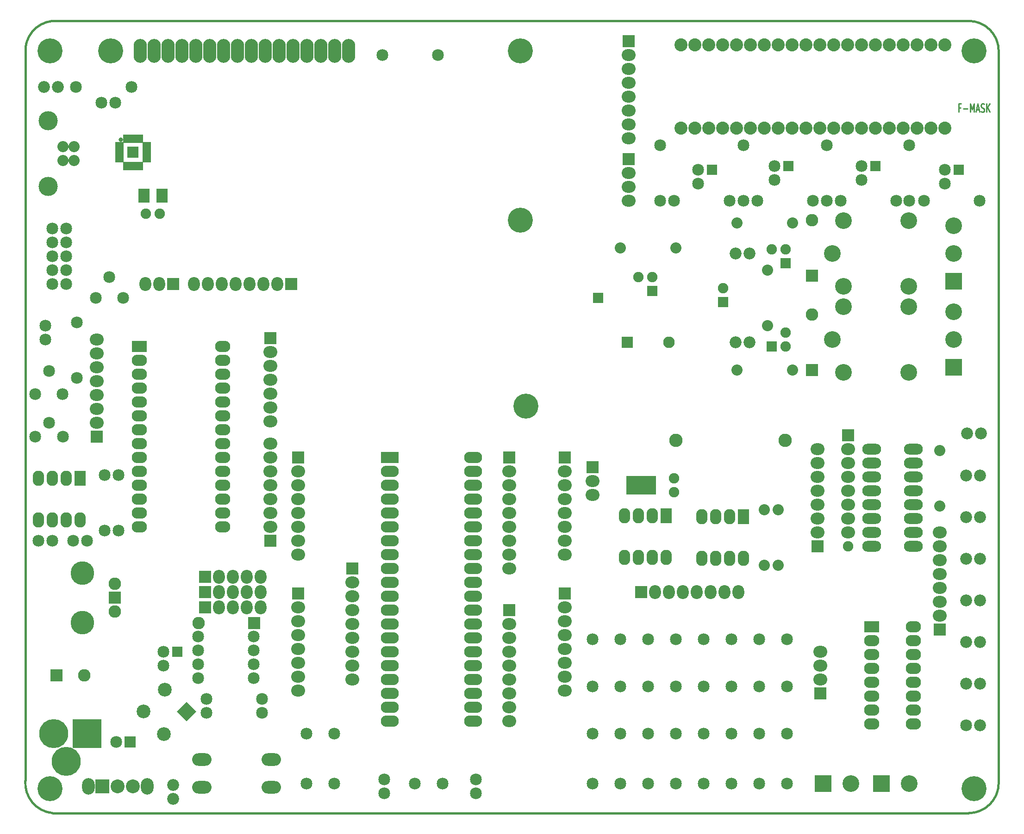
<source format=gts>
G04 #@! TF.FileFunction,Soldermask,Top*
%FSLAX46Y46*%
G04 Gerber Fmt 4.6, Leading zero omitted, Abs format (unit mm)*
G04 Created by KiCad (PCBNEW (2015-01-16 BZR 5376)-product) date 1/19/2016 7:17:56 PM*
%MOMM*%
G01*
G04 APERTURE LIST*
%ADD10C,0.150000*%
%ADD11C,0.381000*%
%ADD12C,0.254000*%
%ADD13C,2.286000*%
%ADD14R,2.286000X2.286000*%
%ADD15C,4.318000*%
%ADD16C,4.308000*%
%ADD17C,1.905000*%
%ADD18R,5.508000X3.508000*%
%ADD19C,2.159000*%
%ADD20C,2.032000*%
%ADD21C,3.508000*%
%ADD22C,5.308600*%
%ADD23R,5.308600X5.308600*%
%ADD24R,3.302000X2.082800*%
%ADD25O,3.302000X2.082800*%
%ADD26O,2.540000X2.159000*%
%ADD27R,2.032000X2.032000*%
%ADD28R,2.794000X2.082800*%
%ADD29O,2.794000X2.082800*%
%ADD30C,2.184400*%
%ADD31O,2.159000X2.540000*%
%ADD32O,3.556000X2.308000*%
%ADD33C,2.508000*%
%ADD34O,3.462020X1.983740*%
%ADD35O,2.438400X4.368800*%
%ADD36C,2.387600*%
%ADD37C,4.572000*%
%ADD38R,2.540000X2.540000*%
%ADD39C,2.540000*%
%ADD40O,2.308000X3.008000*%
%ADD41C,3.048000*%
%ADD42R,2.108000X2.108000*%
%ADD43C,2.108000*%
%ADD44R,1.905000X1.905000*%
%ADD45R,1.508760X0.739140*%
%ADD46R,0.739140X1.508760*%
%ADD47R,2.009140X2.009140*%
%ADD48C,0.807720*%
%ADD49R,3.048000X3.048000*%
%ADD50R,2.082800X2.794000*%
%ADD51O,2.082800X2.794000*%
%ADD52C,2.456180*%
%ADD53R,2.032000X2.540000*%
G04 APERTURE END LIST*
D10*
D11*
X59500000Y-34500000D02*
X59500000Y-168500000D01*
X232000000Y-29500000D02*
X65500000Y-29500000D01*
X237500000Y-169000000D02*
X237500000Y-35000000D01*
X64500000Y-174500000D02*
X232000000Y-174500000D01*
X59500000Y-168500000D02*
G75*
G03X64500000Y-174500000I5500000J-500000D01*
G01*
X65500000Y-29500000D02*
G75*
G03X59500000Y-34500000I-500000J-5500000D01*
G01*
X237500000Y-35000000D02*
G75*
G03X232000000Y-29500000I-5500000J0D01*
G01*
X232000000Y-174500000D02*
G75*
G03X237500000Y-169000000I0J5500000D01*
G01*
D12*
X230508381Y-45391143D02*
X230169715Y-45391143D01*
X230169715Y-46189429D02*
X230169715Y-44665429D01*
X230653524Y-44665429D01*
X231040572Y-45608857D02*
X231814667Y-45608857D01*
X232298477Y-46189429D02*
X232298477Y-44665429D01*
X232637143Y-45754000D01*
X232975810Y-44665429D01*
X232975810Y-46189429D01*
X233411239Y-45754000D02*
X233895048Y-45754000D01*
X233314477Y-46189429D02*
X233653144Y-44665429D01*
X233991810Y-46189429D01*
X234282096Y-46116857D02*
X234427239Y-46189429D01*
X234669143Y-46189429D01*
X234765905Y-46116857D01*
X234814286Y-46044286D01*
X234862667Y-45899143D01*
X234862667Y-45754000D01*
X234814286Y-45608857D01*
X234765905Y-45536286D01*
X234669143Y-45463714D01*
X234475620Y-45391143D01*
X234378858Y-45318571D01*
X234330477Y-45246000D01*
X234282096Y-45100857D01*
X234282096Y-44955714D01*
X234330477Y-44810571D01*
X234378858Y-44738000D01*
X234475620Y-44665429D01*
X234717524Y-44665429D01*
X234862667Y-44738000D01*
X235298096Y-46189429D02*
X235298096Y-44665429D01*
X235878667Y-46189429D02*
X235443239Y-45318571D01*
X235878667Y-44665429D02*
X235298096Y-45536286D01*
D13*
X75880000Y-137604000D03*
D14*
X75880000Y-135064000D03*
D13*
X75880000Y-132524000D03*
D15*
X69880000Y-139664000D03*
D16*
X69880000Y-130564000D03*
D17*
X178115000Y-115760000D03*
X178115000Y-113220000D03*
D18*
X172115000Y-114490000D03*
D19*
X61315000Y-97805000D03*
X63815000Y-93535000D03*
X66315000Y-97805000D03*
X72364000Y-80160000D03*
X74864000Y-76390000D03*
X77364000Y-80160000D03*
D20*
X68387000Y-55054000D03*
X68387000Y-52514000D03*
X66388020Y-52514000D03*
X66388020Y-55054000D03*
D21*
X63688000Y-59783480D03*
X63688000Y-47784520D03*
D22*
X64704000Y-159956000D03*
D23*
X70800000Y-159956000D03*
D22*
X66990000Y-165036000D03*
D24*
X126172000Y-109410000D03*
D25*
X126172000Y-111950000D03*
X126172000Y-114490000D03*
X126172000Y-117030000D03*
X126172000Y-119570000D03*
X126172000Y-122110000D03*
X126172000Y-124650000D03*
X126172000Y-127190000D03*
X126172000Y-129730000D03*
X126172000Y-132270000D03*
X126172000Y-134810000D03*
X126172000Y-137350000D03*
X126172000Y-139890000D03*
X126172000Y-142430000D03*
X126172000Y-144970000D03*
X126172000Y-147510000D03*
X126172000Y-150050000D03*
X126172000Y-152590000D03*
X126172000Y-155130000D03*
X126172000Y-157670000D03*
X141412000Y-157670000D03*
X141412000Y-155130000D03*
X141412000Y-152590000D03*
X141412000Y-150050000D03*
X141412000Y-147510000D03*
X141412000Y-144970000D03*
X141412000Y-142430000D03*
X141412000Y-139890000D03*
X141412000Y-137350000D03*
X141412000Y-134810000D03*
X141412000Y-132270000D03*
X141412000Y-129730000D03*
X141412000Y-127190000D03*
X141412000Y-124650000D03*
X141412000Y-122110000D03*
X141412000Y-119570000D03*
X141412000Y-117030000D03*
X141412000Y-114490000D03*
X141412000Y-111950000D03*
X141412000Y-109410000D03*
D14*
X119314000Y-129730000D03*
D26*
X119314000Y-132270000D03*
X119314000Y-134810000D03*
X119314000Y-137350000D03*
X119314000Y-139890000D03*
X119314000Y-142430000D03*
X119314000Y-144970000D03*
X119314000Y-147510000D03*
X119314000Y-150050000D03*
D14*
X148016000Y-137350000D03*
D26*
X148016000Y-139890000D03*
X148016000Y-142430000D03*
X148016000Y-144970000D03*
X148016000Y-147510000D03*
X148016000Y-150050000D03*
X148016000Y-152590000D03*
X148016000Y-155130000D03*
X148016000Y-157670000D03*
D19*
X206055000Y-52260000D03*
X206055000Y-62420000D03*
X190815000Y-52260000D03*
X190815000Y-62420000D03*
D20*
X168336000Y-71056000D03*
X178496000Y-71056000D03*
D19*
X175575000Y-52260000D03*
X175575000Y-62420000D03*
D14*
X209992000Y-105346000D03*
D26*
X209992000Y-107886000D03*
X209992000Y-110426000D03*
X209992000Y-112966000D03*
X209992000Y-115506000D03*
X209992000Y-118046000D03*
X209992000Y-120586000D03*
X209992000Y-123126000D03*
D17*
X209992000Y-125666000D03*
D19*
X64450000Y-124650000D03*
X61910000Y-124650000D03*
X70800000Y-124650000D03*
X68260000Y-124650000D03*
X125156000Y-170878000D03*
X125156000Y-168338000D03*
X141920000Y-170878000D03*
X141920000Y-168338000D03*
D27*
X78674000Y-161480000D03*
D19*
X76134000Y-161480000D03*
D14*
X65212000Y-149288000D03*
D13*
X70292000Y-149288000D03*
X203388000Y-83248000D03*
D14*
X203388000Y-93408000D03*
D28*
X214310000Y-140398000D03*
D29*
X214310000Y-142938000D03*
X214310000Y-145478000D03*
X214310000Y-148018000D03*
X214310000Y-150558000D03*
X214310000Y-153098000D03*
X214310000Y-155638000D03*
X214310000Y-158178000D03*
X221930000Y-158178000D03*
X221930000Y-155638000D03*
X221930000Y-153098000D03*
X221930000Y-150558000D03*
X221930000Y-148018000D03*
X221930000Y-145478000D03*
X221930000Y-142938000D03*
X221930000Y-140398000D03*
D30*
X189418000Y-88328000D03*
X191958000Y-88328000D03*
X86548000Y-169354000D03*
X86548000Y-171894000D03*
D20*
X195260000Y-75120000D03*
X195260000Y-85280000D03*
D19*
X92644000Y-153606000D03*
X102804000Y-153606000D03*
X76515000Y-122745000D03*
X76515000Y-112585000D03*
X73975000Y-112585000D03*
X73975000Y-122745000D03*
X102804000Y-156146000D03*
X92644000Y-156146000D03*
D20*
X226756000Y-118300000D03*
X226756000Y-108140000D03*
X189672000Y-93408000D03*
X199832000Y-93408000D03*
X189672000Y-66484000D03*
X199832000Y-66484000D03*
D19*
X61275000Y-105600000D03*
X63815000Y-103060000D03*
X66355000Y-105600000D03*
D14*
X163256000Y-111188000D03*
D26*
X163256000Y-113728000D03*
X163256000Y-116268000D03*
D14*
X92390000Y-131254000D03*
D31*
X94930000Y-131254000D03*
X97470000Y-131254000D03*
X100010000Y-131254000D03*
X102550000Y-131254000D03*
D14*
X92390000Y-134048000D03*
D31*
X94930000Y-134048000D03*
X97470000Y-134048000D03*
X100010000Y-134048000D03*
X102550000Y-134048000D03*
D14*
X92390000Y-136842000D03*
D31*
X94930000Y-136842000D03*
X97470000Y-136842000D03*
X100010000Y-136842000D03*
X102550000Y-136842000D03*
D14*
X169860000Y-33210000D03*
D26*
X169860000Y-35750000D03*
X169860000Y-38290000D03*
X169860000Y-40830000D03*
X169860000Y-43370000D03*
X169860000Y-45910000D03*
X169860000Y-48450000D03*
X169860000Y-50990000D03*
D14*
X158176000Y-109410000D03*
D26*
X158176000Y-111950000D03*
X158176000Y-114490000D03*
X158176000Y-117030000D03*
X158176000Y-119570000D03*
X158176000Y-122110000D03*
X158176000Y-124650000D03*
X158176000Y-127190000D03*
D14*
X158176000Y-134302000D03*
D26*
X158176000Y-136842000D03*
X158176000Y-139382000D03*
X158176000Y-141922000D03*
X158176000Y-144462000D03*
X158176000Y-147002000D03*
X158176000Y-149542000D03*
X158176000Y-152082000D03*
D14*
X109408000Y-134302000D03*
D26*
X109408000Y-136842000D03*
X109408000Y-139382000D03*
X109408000Y-141922000D03*
X109408000Y-144462000D03*
X109408000Y-147002000D03*
X109408000Y-149542000D03*
X109408000Y-152082000D03*
D14*
X109408000Y-109410000D03*
D26*
X109408000Y-111950000D03*
X109408000Y-114490000D03*
X109408000Y-117030000D03*
X109408000Y-119570000D03*
X109408000Y-122110000D03*
X109408000Y-124650000D03*
X109408000Y-127190000D03*
D14*
X226756000Y-140906000D03*
D26*
X226756000Y-138366000D03*
X226756000Y-135826000D03*
X226756000Y-133286000D03*
X226756000Y-130746000D03*
X226756000Y-128206000D03*
X226756000Y-125666000D03*
X226756000Y-123126000D03*
D14*
X148016000Y-109410000D03*
D26*
X148016000Y-111950000D03*
X148016000Y-114490000D03*
X148016000Y-117030000D03*
X148016000Y-119570000D03*
X148016000Y-122110000D03*
X148016000Y-124650000D03*
X148016000Y-127190000D03*
X148016000Y-129730000D03*
D32*
X104455000Y-164655000D03*
X104455000Y-169735000D03*
X91755000Y-164655000D03*
X91755000Y-169735000D03*
D33*
X81072687Y-155892000D03*
X85024000Y-151940687D03*
D10*
G36*
X90748737Y-155892000D02*
X88975313Y-157665424D01*
X87201889Y-155892000D01*
X88975313Y-154118576D01*
X90748737Y-155892000D01*
X90748737Y-155892000D01*
G37*
D33*
X84844395Y-160022918D03*
D34*
X214310000Y-107886000D03*
X214310000Y-110426000D03*
X214310000Y-112966000D03*
X214310000Y-115506000D03*
X214310000Y-118046000D03*
X214310000Y-120586000D03*
X214310000Y-123126000D03*
X214310000Y-125666000D03*
X221930000Y-125666000D03*
X221930000Y-123126000D03*
X221930000Y-120586000D03*
X221930000Y-118046000D03*
X221930000Y-115506000D03*
X221930000Y-112966000D03*
X221930000Y-110426000D03*
X221930000Y-107886000D03*
D35*
X80540000Y-35000000D03*
X83080000Y-35000000D03*
X85620000Y-35000000D03*
X88160000Y-35000000D03*
X90700000Y-35000000D03*
X93240000Y-35000000D03*
X95780000Y-35000000D03*
X98320000Y-35000000D03*
X100860000Y-35000000D03*
X103400000Y-35000000D03*
X105940000Y-35000000D03*
X108480000Y-35000000D03*
X111020000Y-35000000D03*
X113560000Y-35000000D03*
X116100000Y-35000000D03*
X118640000Y-35000000D03*
D36*
X179385000Y-49085000D03*
X181925000Y-49085000D03*
X184465000Y-49085000D03*
X187005000Y-49085000D03*
X189545000Y-49085000D03*
X189545000Y-33845000D03*
X187005000Y-33845000D03*
X184465000Y-33845000D03*
X181925000Y-33845000D03*
X179385000Y-33845000D03*
X192085000Y-49085000D03*
X194625000Y-49085000D03*
X197165000Y-49085000D03*
X199705000Y-49085000D03*
X202245000Y-49085000D03*
X202245000Y-33845000D03*
X199705000Y-33845000D03*
X197165000Y-33845000D03*
X194625000Y-33845000D03*
X192085000Y-33845000D03*
X204785000Y-49085000D03*
X207325000Y-49085000D03*
X209865000Y-49085000D03*
X212405000Y-49085000D03*
X214945000Y-49085000D03*
X214945000Y-33845000D03*
X212405000Y-33845000D03*
X209865000Y-33845000D03*
X207325000Y-33845000D03*
X204785000Y-33845000D03*
X217485000Y-49085000D03*
X220025000Y-49085000D03*
X222565000Y-49085000D03*
X225105000Y-49085000D03*
X227645000Y-49085000D03*
X227645000Y-33845000D03*
X225105000Y-33845000D03*
X222565000Y-33845000D03*
X220025000Y-33845000D03*
X217485000Y-33845000D03*
D19*
X221168000Y-52260000D03*
X221168000Y-62420000D03*
D37*
X233000000Y-170000000D03*
X64000000Y-170000000D03*
X233000000Y-35000000D03*
X64000000Y-35000000D03*
D19*
X135824000Y-169100000D03*
X130744000Y-169100000D03*
X173416000Y-142684000D03*
X178496000Y-142684000D03*
X163256000Y-142684000D03*
X168336000Y-142684000D03*
X183576000Y-142684000D03*
X188656000Y-142684000D03*
X193736000Y-142684000D03*
X198816000Y-142684000D03*
X163256000Y-151320000D03*
X168336000Y-151320000D03*
X173416000Y-151320000D03*
X178496000Y-151320000D03*
X183576000Y-151320000D03*
X188656000Y-151320000D03*
X193736000Y-151320000D03*
X198816000Y-151320000D03*
X163256000Y-159956000D03*
X168336000Y-159956000D03*
X173416000Y-159956000D03*
X178496000Y-159956000D03*
X183576000Y-159956000D03*
X188656000Y-159956000D03*
X193736000Y-159956000D03*
X198816000Y-159956000D03*
X163256000Y-169100000D03*
X168336000Y-169100000D03*
X173416000Y-169100000D03*
X178496000Y-169100000D03*
X183576000Y-169100000D03*
X188656000Y-169100000D03*
X193736000Y-169100000D03*
X198816000Y-169100000D03*
X110932000Y-159956000D03*
X116012000Y-159956000D03*
X110932000Y-169100000D03*
X116012000Y-169100000D03*
D38*
X73588920Y-169608000D03*
D39*
X76388000Y-169608000D03*
X79182000Y-169608000D03*
D40*
X81788040Y-169608000D03*
X70987960Y-169608000D03*
D41*
X209072520Y-81820520D03*
X207071000Y-87820000D03*
X221071480Y-81820520D03*
X221071480Y-93819480D03*
X209072520Y-93819480D03*
X209072520Y-66072520D03*
X207071000Y-72072000D03*
X221071480Y-66072520D03*
X221071480Y-78071480D03*
X209072520Y-78071480D03*
D42*
X169606000Y-88328000D03*
D43*
X177226000Y-88328000D03*
D44*
X87310000Y-144970000D03*
D19*
X84770000Y-144970000D03*
X84770000Y-147510000D03*
X91120000Y-147256000D03*
X101280000Y-147256000D03*
X101280000Y-142176000D03*
X91120000Y-142176000D03*
X101280000Y-144716000D03*
X91120000Y-144716000D03*
X91120000Y-149796000D03*
X101280000Y-149796000D03*
D45*
X76682640Y-55031140D03*
X76682640Y-54530760D03*
X76682640Y-54030380D03*
X76682640Y-53530000D03*
X76682640Y-53029620D03*
X76682640Y-52529240D03*
X76682640Y-52028860D03*
D46*
X77680860Y-51030640D03*
X78181240Y-51030640D03*
X78681620Y-51030640D03*
X79182000Y-51030640D03*
X79682380Y-51030640D03*
X80182760Y-51030640D03*
X80683140Y-51030640D03*
D45*
X81681360Y-52028860D03*
X81681360Y-52529240D03*
X81681360Y-53029620D03*
X81681360Y-53530000D03*
X81681360Y-54030380D03*
X81681360Y-54530760D03*
X81681360Y-55031140D03*
D46*
X80683140Y-56029360D03*
X80182760Y-56029360D03*
X79682380Y-56029360D03*
X79182000Y-56029360D03*
X78681620Y-56029360D03*
X78181240Y-56029360D03*
X77680860Y-56029360D03*
D47*
X79182000Y-53530000D03*
D48*
X76931560Y-51279560D03*
D19*
X73406000Y-44450000D03*
X75946000Y-44450000D03*
D44*
X174178000Y-78930000D03*
D17*
X174178000Y-76390000D03*
X171638000Y-76390000D03*
D44*
X230185000Y-56705000D03*
D19*
X227645000Y-56705000D03*
X227645000Y-59245000D03*
D44*
X199070000Y-56070000D03*
D19*
X196530000Y-56070000D03*
X196530000Y-58610000D03*
D44*
X185100000Y-56705000D03*
D19*
X182560000Y-56705000D03*
X182560000Y-59245000D03*
D44*
X214945000Y-56070000D03*
D19*
X212405000Y-56070000D03*
X212405000Y-58610000D03*
D44*
X198562000Y-73850000D03*
D17*
X198562000Y-71310000D03*
X196022000Y-71310000D03*
D44*
X196022000Y-89090000D03*
D17*
X198562000Y-89090000D03*
X198562000Y-86550000D03*
D14*
X104328000Y-124650000D03*
D26*
X104328000Y-122110000D03*
X104328000Y-119570000D03*
X104328000Y-117030000D03*
X104328000Y-114490000D03*
X104328000Y-111950000D03*
X104328000Y-109410000D03*
X104328000Y-106870000D03*
D14*
X104328000Y-87566000D03*
D26*
X104328000Y-90106000D03*
X104328000Y-92646000D03*
X104328000Y-95186000D03*
X104328000Y-97726000D03*
X104328000Y-100266000D03*
X104328000Y-102806000D03*
D20*
X194625000Y-118935000D03*
X194625000Y-129095000D03*
D19*
X68895000Y-84645000D03*
X68895000Y-94805000D03*
X134935000Y-35750000D03*
X124775000Y-35750000D03*
D20*
X197165000Y-129095000D03*
X197165000Y-118935000D03*
D19*
X223835000Y-62420000D03*
X233995000Y-62420000D03*
X208595000Y-62420000D03*
X218755000Y-62420000D03*
X193355000Y-62420000D03*
X203515000Y-62420000D03*
X178115000Y-62420000D03*
X188275000Y-62420000D03*
D30*
X231582000Y-150812000D03*
X234122000Y-150812000D03*
X231582000Y-143192000D03*
X234122000Y-143192000D03*
X231582000Y-135572000D03*
X234122000Y-135572000D03*
X231582000Y-127952000D03*
X234122000Y-127952000D03*
X231582000Y-120332000D03*
X234122000Y-120332000D03*
X231582000Y-112712000D03*
X234122000Y-112712000D03*
D19*
X63180000Y-87820000D03*
X63180000Y-85280000D03*
D17*
X81534000Y-64770000D03*
X84074000Y-64770000D03*
D14*
X108138000Y-77660000D03*
D31*
X105598000Y-77660000D03*
X103058000Y-77660000D03*
X100518000Y-77660000D03*
X97978000Y-77660000D03*
X95438000Y-77660000D03*
X92898000Y-77660000D03*
X90358000Y-77660000D03*
D49*
X216088000Y-169100000D03*
D41*
X221168000Y-169100000D03*
D19*
X66990000Y-77660000D03*
X64450000Y-77660000D03*
X66990000Y-75120000D03*
X64450000Y-75120000D03*
X66990000Y-72580000D03*
X64450000Y-72580000D03*
X66990000Y-70040000D03*
X64450000Y-70040000D03*
X66990000Y-67500000D03*
X64450000Y-67500000D03*
D30*
X189418000Y-72072000D03*
X191958000Y-72072000D03*
X231730000Y-105000000D03*
X234270000Y-105000000D03*
D50*
X190815000Y-120205000D03*
D51*
X188275000Y-120205000D03*
X185735000Y-120205000D03*
X183195000Y-120205000D03*
X183195000Y-127825000D03*
X185735000Y-127825000D03*
X188275000Y-127825000D03*
X190815000Y-127825000D03*
D50*
X176718000Y-120078000D03*
D51*
X174178000Y-120078000D03*
X171638000Y-120078000D03*
X169098000Y-120078000D03*
X169098000Y-127698000D03*
X171638000Y-127698000D03*
X174178000Y-127698000D03*
X176718000Y-127698000D03*
D52*
X178435040Y-106235000D03*
X198435000Y-106235000D03*
D13*
X203388000Y-65976000D03*
D14*
X203388000Y-76136000D03*
X204404000Y-125666000D03*
D26*
X204404000Y-123126000D03*
X204404000Y-120586000D03*
X204404000Y-118046000D03*
X204404000Y-115506000D03*
X204404000Y-112966000D03*
X204404000Y-110426000D03*
X204404000Y-107886000D03*
D49*
X229296000Y-77152000D03*
D41*
X229296000Y-72072000D03*
X229296000Y-66992000D03*
D14*
X86548000Y-77660000D03*
D31*
X84008000Y-77660000D03*
X81468000Y-77660000D03*
D14*
X172146000Y-134048000D03*
D31*
X174686000Y-134048000D03*
X177226000Y-134048000D03*
X179766000Y-134048000D03*
X182306000Y-134048000D03*
X184846000Y-134048000D03*
X187386000Y-134048000D03*
X189926000Y-134048000D03*
D14*
X169860000Y-54800000D03*
D26*
X169860000Y-57340000D03*
X169860000Y-59880000D03*
X169860000Y-62420000D03*
D49*
X229296000Y-92900000D03*
D41*
X229296000Y-87820000D03*
X229296000Y-82740000D03*
D49*
X205420000Y-169100000D03*
D41*
X210500000Y-169100000D03*
D44*
X187132000Y-80962000D03*
D17*
X187132000Y-78422000D03*
D14*
X204912000Y-152590000D03*
D26*
X204912000Y-150050000D03*
X204912000Y-147510000D03*
X204912000Y-144970000D03*
D28*
X80325000Y-89090000D03*
D29*
X80325000Y-91630000D03*
X80325000Y-94170000D03*
X80325000Y-96710000D03*
X80325000Y-99250000D03*
X80325000Y-101790000D03*
X80325000Y-104330000D03*
X80325000Y-106870000D03*
X80325000Y-109410000D03*
X80325000Y-111950000D03*
X80325000Y-114490000D03*
X80325000Y-117030000D03*
X80325000Y-119570000D03*
X80325000Y-122110000D03*
X95565000Y-122110000D03*
X95565000Y-119570000D03*
X95565000Y-117030000D03*
X95565000Y-114490000D03*
X95565000Y-111950000D03*
X95565000Y-109410000D03*
X95565000Y-106870000D03*
X95565000Y-104330000D03*
X95565000Y-101790000D03*
X95565000Y-99250000D03*
X95565000Y-96710000D03*
X95565000Y-94170000D03*
X95565000Y-91630000D03*
X95565000Y-89090000D03*
D50*
X69530000Y-113220000D03*
D51*
X66990000Y-113220000D03*
X64450000Y-113220000D03*
X61910000Y-113220000D03*
X61910000Y-120840000D03*
X64450000Y-120840000D03*
X66990000Y-120840000D03*
X69530000Y-120840000D03*
D14*
X72578000Y-105600000D03*
D26*
X72578000Y-103060000D03*
X72578000Y-100520000D03*
X72578000Y-97980000D03*
X72578000Y-95440000D03*
X72578000Y-92900000D03*
X72578000Y-90360000D03*
X72578000Y-87820000D03*
D19*
X231582000Y-158432000D03*
D30*
X234122000Y-158432000D03*
D44*
X164272000Y-80200000D03*
D19*
X68768000Y-41592000D03*
X78928000Y-41592000D03*
D30*
X65466000Y-41592000D03*
X62926000Y-41592000D03*
D53*
X81153000Y-61468000D03*
X84455000Y-61468000D03*
D13*
X91186000Y-139700000D03*
D14*
X101346000Y-139700000D03*
D37*
X151000000Y-100000000D03*
X150050500Y-34988500D03*
X150050500Y-65976500D03*
X75057000Y-34988500D03*
M02*

</source>
